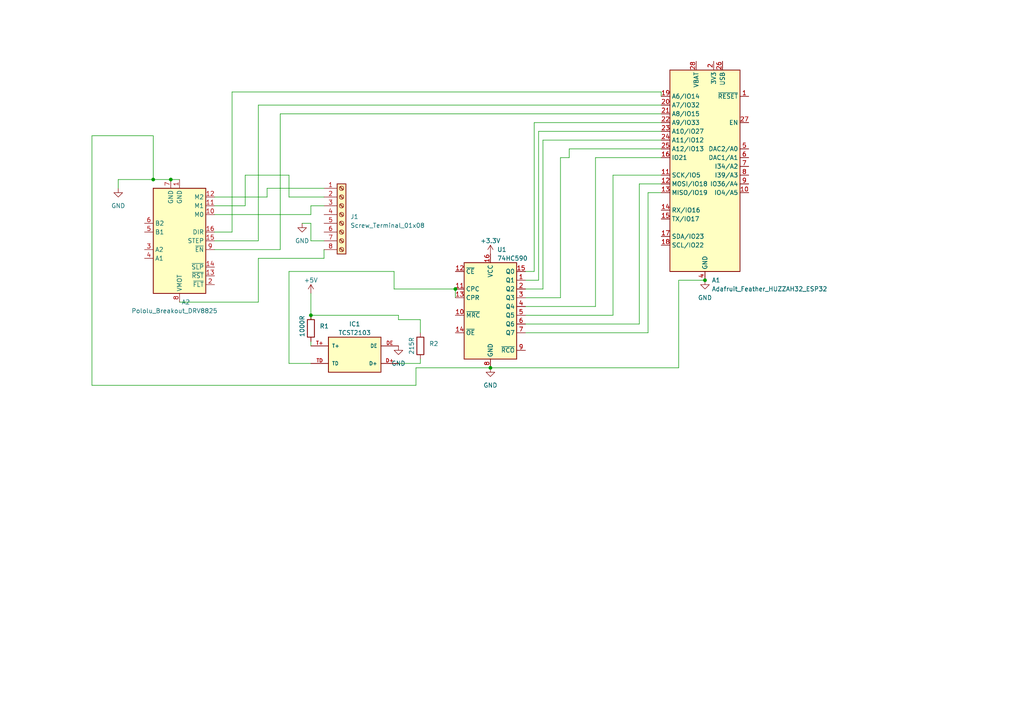
<source format=kicad_sch>
(kicad_sch (version 20230121) (generator eeschema)
  (paper "A4")
  (lib_symbols
    (symbol "74xx:74HC590"
      (property "Reference" "U" (at -7.62 16.51 0))
      (property "Value" "74HC590" (at -7.62 -13.97 0))
      (symbol "74HC590_1_0"
        (pin tri_state line (at 10.16 10.16 180) (length 2.54) (name "Q1") (number "1"))
        (pin input line (at -10.16 0 0) (length 2.54) (name "~{MRC}") (number "10"))
        (pin input line (at -10.16 7.62 0) (length 2.54) (name "CPC") (number "11"))
        (pin input line (at -10.16 12.7 0) (length 2.54) (name "~{CE}") (number "12"))
        (pin input line (at -10.16 5.08 0) (length 2.54) (name "CPR") (number "13"))
        (pin input line (at -10.16 -5.08 0) (length 2.54) (name "~{OE}") (number "14"))
        (pin tri_state line (at 10.16 12.7 180) (length 2.54) (name "Q0") (number "15"))
        (pin power_in line (at 0 17.78 270) (length 2.54) (name "VCC") (number "16"))
        (pin tri_state line (at 10.16 7.62 180) (length 2.54) (name "Q2") (number "2"))
        (pin tri_state line (at 10.16 5.08 180) (length 2.54) (name "Q3") (number "3"))
        (pin tri_state line (at 10.16 2.54 180) (length 2.54) (name "Q4") (number "4"))
        (pin tri_state line (at 10.16 0 180) (length 2.54) (name "Q5") (number "5"))
        (pin tri_state line (at 10.16 -2.54 180) (length 2.54) (name "Q6") (number "6"))
        (pin tri_state line (at 10.16 -5.08 180) (length 2.54) (name "Q7") (number "7"))
        (pin power_in line (at 0 -15.24 90) (length 2.54) (name "GND") (number "8"))
        (pin output line (at 10.16 -10.16 180) (length 2.54) (name "~{RCO}") (number "9"))
      )
      (symbol "74HC590_1_1"
        (rectangle (start -7.62 15.24) (end 7.62 -12.7) (stroke (width 0.254)) (fill (type background)))
      )
    )
    (symbol "Connector:Screw_Terminal_01x08" (pin_names (offset 1.016) hide)
      (property "Reference" "J" (at 0 10.16 0))
      (property "Value" "Screw_Terminal_01x08" (at 0 -12.7 0))
      (symbol "Screw_Terminal_01x08_1_1"
        (rectangle (start -1.27 8.89) (end 1.27 -11.43) (stroke (width 0.254)) (fill (type background)))
        (circle (center 0 -10.16) (radius 0.635) (stroke (width 0.1524)))
        (circle (center 0 -7.62) (radius 0.635) (stroke (width 0.1524)))
        (circle (center 0 -5.08) (radius 0.635) (stroke (width 0.1524)))
        (circle (center 0 -2.54) (radius 0.635) (stroke (width 0.1524)))
        (polyline (pts (xy -0.5334 -9.8298) (xy 0.3302 -10.668)) (stroke (width 0.1524)))
        (polyline (pts (xy -0.5334 -7.2898) (xy 0.3302 -8.128)) (stroke (width 0.1524)))
        (polyline (pts (xy -0.5334 -4.7498) (xy 0.3302 -5.588)) (stroke (width 0.1524)))
        (polyline (pts (xy -0.5334 -2.2098) (xy 0.3302 -3.048)) (stroke (width 0.1524)))
        (polyline (pts (xy -0.5334 0.3302) (xy 0.3302 -0.508)) (stroke (width 0.1524)))
        (polyline (pts (xy -0.5334 2.8702) (xy 0.3302 2.032)) (stroke (width 0.1524)))
        (polyline (pts (xy -0.5334 5.4102) (xy 0.3302 4.572)) (stroke (width 0.1524)))
        (polyline (pts (xy -0.5334 7.9502) (xy 0.3302 7.112)) (stroke (width 0.1524)))
        (polyline (pts (xy -0.3556 -9.652) (xy 0.508 -10.4902)) (stroke (width 0.1524)))
        (polyline (pts (xy -0.3556 -7.112) (xy 0.508 -7.9502)) (stroke (width 0.1524)))
        (polyline (pts (xy -0.3556 -4.572) (xy 0.508 -5.4102)) (stroke (width 0.1524)))
        (polyline (pts (xy -0.3556 -2.032) (xy 0.508 -2.8702)) (stroke (width 0.1524)))
        (polyline (pts (xy -0.3556 0.508) (xy 0.508 -0.3302)) (stroke (width 0.1524)))
        (polyline (pts (xy -0.3556 3.048) (xy 0.508 2.2098)) (stroke (width 0.1524)))
        (polyline (pts (xy -0.3556 5.588) (xy 0.508 4.7498)) (stroke (width 0.1524)))
        (polyline (pts (xy -0.3556 8.128) (xy 0.508 7.2898)) (stroke (width 0.1524)))
        (circle (center 0 0) (radius 0.635) (stroke (width 0.1524)))
        (circle (center 0 2.54) (radius 0.635) (stroke (width 0.1524)))
        (circle (center 0 5.08) (radius 0.635) (stroke (width 0.1524)))
        (circle (center 0 7.62) (radius 0.635) (stroke (width 0.1524)))
        (pin passive line (at -5.08 7.62 0) (length 3.81) (name "Pin_1") (number "1"))
        (pin passive line (at -5.08 5.08 0) (length 3.81) (name "Pin_2") (number "2"))
        (pin passive line (at -5.08 2.54 0) (length 3.81) (name "Pin_3") (number "3"))
        (pin passive line (at -5.08 0 0) (length 3.81) (name "Pin_4") (number "4"))
        (pin passive line (at -5.08 -2.54 0) (length 3.81) (name "Pin_5") (number "5"))
        (pin passive line (at -5.08 -5.08 0) (length 3.81) (name "Pin_6") (number "6"))
        (pin passive line (at -5.08 -7.62 0) (length 3.81) (name "Pin_7") (number "7"))
        (pin passive line (at -5.08 -10.16 0) (length 3.81) (name "Pin_8") (number "8"))
      )
    )
    (symbol "Device:R" (pin_numbers hide) (pin_names (offset 0))
      (property "Reference" "R" (at 2.032 0 90))
      (property "Value" "R" (at 0 0 90))
      (symbol "R_0_1"
        (rectangle (start -1.016 -2.54) (end 1.016 2.54) (stroke (width 0.254)))
      )
      (symbol "R_1_1"
        (pin passive line (at 0 3.81 270) (length 1.27) (name "~") (number "1"))
        (pin passive line (at 0 -3.81 90) (length 1.27) (name "~") (number "2"))
      )
    )
    (symbol "Driver_Motor:Pololu_Breakout_DRV8825"
      (property "Reference" "A" (at -2.54 16.51 0))
      (property "Value" "Pololu_Breakout_DRV8825" (at -2.54 13.97 0))
      (symbol "Pololu_Breakout_DRV8825_0_1"
        (rectangle (start 7.62 -17.78) (end -7.62 12.7) (stroke (width 0.254)) (fill (type background)))
      )
      (symbol "Pololu_Breakout_DRV8825_1_1"
        (pin power_in line (at 0 -20.32 90) (length 2.54) (name "GND") (number "1"))
        (pin input line (at -10.16 -10.16 0) (length 2.54) (name "M0") (number "10"))
        (pin input line (at -10.16 -12.7 0) (length 2.54) (name "M1") (number "11"))
        (pin input line (at -10.16 -15.24 0) (length 2.54) (name "M2") (number "12"))
        (pin input line (at -10.16 7.62 0) (length 2.54) (name "~{RST}") (number "13"))
        (pin input line (at -10.16 5.08 0) (length 2.54) (name "~{SLP}") (number "14"))
        (pin input line (at -10.16 -2.54 0) (length 2.54) (name "STEP") (number "15"))
        (pin input line (at -10.16 -5.08 0) (length 2.54) (name "DIR") (number "16"))
        (pin output line (at -10.16 10.16 0) (length 2.54) (name "~{FLT}") (number "2"))
        (pin output line (at 10.16 0 180) (length 2.54) (name "A2") (number "3"))
        (pin output line (at 10.16 2.54 180) (length 2.54) (name "A1") (number "4"))
        (pin output line (at 10.16 -5.08 180) (length 2.54) (name "B1") (number "5"))
        (pin output line (at 10.16 -7.62 180) (length 2.54) (name "B2") (number "6"))
        (pin power_in line (at 2.54 -20.32 90) (length 2.54) (name "GND") (number "7"))
        (pin power_in line (at 0 15.24 270) (length 2.54) (name "VMOT") (number "8"))
        (pin input line (at -10.16 0 0) (length 2.54) (name "~{EN}") (number "9"))
      )
    )
    (symbol "MCU_Module:Adafruit_Feather_HUZZAH32_ESP32"
      (property "Reference" "A" (at -10.16 29.21 0))
      (property "Value" "Adafruit_Feather_HUZZAH32_ESP32" (at 2.54 -31.75 0))
      (symbol "Adafruit_Feather_HUZZAH32_ESP32_0_1"
        (rectangle (start -10.16 27.94) (end 10.16 -30.48) (stroke (width 0.254)) (fill (type background)))
      )
      (symbol "Adafruit_Feather_HUZZAH32_ESP32_1_1"
        (pin input line (at 12.7 20.32 180) (length 2.54) (name "~{RESET}") (number "1"))
        (pin bidirectional line (at 12.7 -7.62 180) (length 2.54) (name "IO4/A5") (number "10"))
        (pin bidirectional line (at -12.7 -2.54 0) (length 2.54) (name "SCK/IO5") (number "11"))
        (pin bidirectional line (at -12.7 -5.08 0) (length 2.54) (name "MOSI/IO18") (number "12"))
        (pin bidirectional line (at -12.7 -7.62 0) (length 2.54) (name "MISO/IO19") (number "13"))
        (pin bidirectional line (at -12.7 -12.7 0) (length 2.54) (name "RX/IO16") (number "14"))
        (pin bidirectional line (at -12.7 -15.24 0) (length 2.54) (name "TX/IO17") (number "15"))
        (pin bidirectional line (at -12.7 2.54 0) (length 2.54) (name "IO21") (number "16"))
        (pin bidirectional line (at -12.7 -20.32 0) (length 2.54) (name "SDA/IO23") (number "17"))
        (pin bidirectional line (at -12.7 -22.86 0) (length 2.54) (name "SCL/IO22") (number "18"))
        (pin bidirectional line (at -12.7 20.32 0) (length 2.54) (name "A6/IO14") (number "19"))
        (pin power_in line (at 2.54 30.48 270) (length 2.54) (name "3V3") (number "2"))
        (pin bidirectional line (at -12.7 17.78 0) (length 2.54) (name "A7/IO32") (number "20"))
        (pin bidirectional line (at -12.7 15.24 0) (length 2.54) (name "A8/IO15") (number "21"))
        (pin bidirectional line (at -12.7 12.7 0) (length 2.54) (name "A9/IO33") (number "22"))
        (pin bidirectional line (at -12.7 10.16 0) (length 2.54) (name "A10/IO27") (number "23"))
        (pin bidirectional line (at -12.7 7.62 0) (length 2.54) (name "A11/IO12") (number "24"))
        (pin bidirectional line (at -12.7 5.08 0) (length 2.54) (name "A12/IO13") (number "25"))
        (pin power_in line (at 5.08 30.48 270) (length 2.54) (name "USB") (number "26"))
        (pin input line (at 12.7 12.7 180) (length 2.54) (name "EN") (number "27"))
        (pin power_in line (at -2.54 30.48 270) (length 2.54) (name "VBAT") (number "28"))
        (pin no_connect line (at 10.16 10.16 180) (length 2.54) hide (name "NC") (number "3"))
        (pin power_in line (at 0 -33.02 90) (length 2.54) (name "GND") (number "4"))
        (pin bidirectional line (at 12.7 5.08 180) (length 2.54) (name "DAC2/A0") (number "5"))
        (pin bidirectional line (at 12.7 2.54 180) (length 2.54) (name "DAC1/A1") (number "6"))
        (pin bidirectional line (at 12.7 0 180) (length 2.54) (name "I34/A2") (number "7"))
        (pin bidirectional line (at 12.7 -2.54 180) (length 2.54) (name "I39/A3") (number "8"))
        (pin bidirectional line (at 12.7 -5.08 180) (length 2.54) (name "IO36/A4") (number "9"))
      )
    )
    (symbol "TCST2103:TCST2103" (pin_names (offset 1.016))
      (property "Reference" "IC" (at 0 7.62 0))
      (property "Value" "TCST2103" (at 0 -7.62 0))
      (symbol "TCST2103_0_0"
        (rectangle (start -7.62 -5.08) (end 7.62 5.08) (stroke (width 0.254)) (fill (type background)))
        (pin bidirectional line (at -12.7 2.54 0) (length 5.08) (name "D+") (number "D+"))
        (pin bidirectional line (at -12.7 -2.54 0) (length 5.08) (name "DE") (number "DE"))
        (pin bidirectional line (at 12.7 -2.54 180) (length 5.08) (name "T+") (number "T+"))
        (pin bidirectional line (at 12.7 2.54 180) (length 5.08) (name "TD") (number "TD"))
      )
    )
    (symbol "power:+3.3V" (power) (pin_names (offset 0))
      (property "Value" "+3.3V" (at 0 3.556 0))
      (symbol "+3.3V_0_1"
        (polyline (pts (xy -0.762 1.27) (xy 0 2.54)))
        (polyline (pts (xy 0 0) (xy 0 2.54)))
        (polyline (pts (xy 0 2.54) (xy 0.762 1.27)))
      )
      (symbol "+3.3V_1_1"
        (pin power_in line (at 0 0 90) (length 0) hide (name "+3.3V") (number "1"))
      )
    )
    (symbol "power:+5V" (power) (pin_names (offset 0))
      (property "Value" "+5V" (at 0 3.556 0))
      (symbol "+5V_0_1"
        (polyline (pts (xy -0.762 1.27) (xy 0 2.54)))
        (polyline (pts (xy 0 0) (xy 0 2.54)))
        (polyline (pts (xy 0 2.54) (xy 0.762 1.27)))
      )
      (symbol "+5V_1_1"
        (pin power_in line (at 0 0 90) (length 0) hide (name "+5V") (number "1"))
      )
    )
    (symbol "power:GND" (power) (pin_names (offset 0))
      (property "Value" "GND" (at 0 -3.81 0))
      (symbol "GND_0_1"
        (polyline (pts (xy 0 0) (xy 0 -1.27) (xy 1.27 -1.27) (xy 0 -2.54) (xy -1.27 -1.27) (xy 0 -1.27)))
      )
      (symbol "GND_1_1"
        (pin power_in line (at 0 0 270) (length 0) hide (name "GND") (number "1"))
      )
    )
  )
  (junction (at 132.08 83.82))
  (junction (at 44.45 52.07))
  (junction (at 49.53 52.07))
  (junction (at 204.47 81.28))
  (junction (at 90.17 91.44))
  (junction (at 142.24 106.68))
  (wire (pts (xy 90.17 91.44) (xy 115.57 91.44)))
  (wire (pts (xy 165.1 45.72) (xy 165.1 43.18)))
  (wire (pts (xy 62.23 69.85) (xy 74.93 69.85)))
  (wire (pts (xy 152.4 91.44) (xy 177.8 91.44)))
  (wire (pts (xy 83.82 105.41) (xy 83.82 78.74)))
  (wire (pts (xy 90.17 64.77) (xy 90.17 69.85)))
  (wire (pts (xy 52.07 87.63) (xy 74.93 87.63)))
  (wire (pts (xy 26.67 111.76) (xy 120.65 111.76)))
  (wire (pts (xy 26.67 39.37) (xy 44.45 39.37)))
  (wire (pts (xy 156.21 81.28) (xy 156.21 38.1)))
  (wire (pts (xy 120.65 106.68) (xy 142.24 106.68)))
  (wire (pts (xy 90.17 59.69) (xy 93.98 59.69)))
  (wire (pts (xy 154.94 78.74) (xy 154.94 35.56)))
  (wire (pts (xy 34.29 52.07) (xy 34.29 54.61)))
  (wire (pts (xy 77.47 57.15) (xy 62.23 57.15)))
  (wire (pts (xy 154.94 35.56) (xy 191.77 35.56)))
  (wire (pts (xy 74.93 87.63) (xy 74.93 74.93)))
  (wire (pts (xy 67.31 26.67) (xy 191.77 26.67)))
  (wire (pts (xy 77.47 57.15) (xy 77.47 54.61)))
  (wire (pts (xy 83.82 57.15) (xy 83.82 50.8)))
  (wire (pts (xy 90.17 99.06) (xy 90.17 100.33)))
  (wire (pts (xy 187.96 55.88) (xy 191.77 55.88)))
  (wire (pts (xy 115.57 91.44) (xy 115.57 92.71)))
  (wire (pts (xy 62.23 67.31) (xy 67.31 67.31)))
  (wire (pts (xy 44.45 39.37) (xy 44.45 52.07)))
  (wire (pts (xy 44.45 52.07) (xy 49.53 52.07)))
  (wire (pts (xy 156.21 38.1) (xy 191.77 38.1)))
  (wire (pts (xy 71.12 59.69) (xy 71.12 50.8)))
  (wire (pts (xy 196.85 81.28) (xy 196.85 106.68)))
  (wire (pts (xy 152.4 93.98) (xy 185.42 93.98)))
  (wire (pts (xy 132.08 83.82) (xy 132.08 86.36)))
  (wire (pts (xy 62.23 62.23) (xy 90.17 62.23)))
  (wire (pts (xy 177.8 50.8) (xy 191.77 50.8)))
  (wire (pts (xy 177.8 91.44) (xy 177.8 50.8)))
  (wire (pts (xy 81.28 72.39) (xy 81.28 33.02)))
  (wire (pts (xy 74.93 30.48) (xy 191.77 30.48)))
  (wire (pts (xy 74.93 69.85) (xy 74.93 30.48)))
  (wire (pts (xy 26.67 111.76) (xy 26.67 39.37)))
  (wire (pts (xy 204.47 81.28) (xy 196.85 81.28)))
  (wire (pts (xy 172.72 88.9) (xy 152.4 88.9)))
  (wire (pts (xy 157.48 40.64) (xy 191.77 40.64)))
  (wire (pts (xy 185.42 93.98) (xy 185.42 53.34)))
  (wire (pts (xy 152.4 83.82) (xy 157.48 83.82)))
  (wire (pts (xy 162.56 86.36) (xy 162.56 45.72)))
  (wire (pts (xy 67.31 67.31) (xy 67.31 26.67)))
  (wire (pts (xy 87.63 64.77) (xy 90.17 64.77)))
  (wire (pts (xy 187.96 96.52) (xy 187.96 55.88)))
  (wire (pts (xy 172.72 45.72) (xy 172.72 88.9)))
  (wire (pts (xy 34.29 52.07) (xy 44.45 52.07)))
  (wire (pts (xy 90.17 91.44) (xy 90.17 92.71)))
  (wire (pts (xy 114.3 83.82) (xy 132.08 83.82)))
  (wire (pts (xy 114.3 78.74) (xy 114.3 83.82)))
  (wire (pts (xy 115.57 105.41) (xy 121.92 105.41)))
  (wire (pts (xy 90.17 105.41) (xy 83.82 105.41)))
  (wire (pts (xy 62.23 72.39) (xy 81.28 72.39)))
  (wire (pts (xy 157.48 83.82) (xy 157.48 40.64)))
  (wire (pts (xy 71.12 50.8) (xy 83.82 50.8)))
  (wire (pts (xy 152.4 86.36) (xy 162.56 86.36)))
  (wire (pts (xy 165.1 43.18) (xy 191.77 43.18)))
  (wire (pts (xy 152.4 78.74) (xy 154.94 78.74)))
  (wire (pts (xy 93.98 72.39) (xy 93.98 74.93)))
  (wire (pts (xy 90.17 69.85) (xy 93.98 69.85)))
  (wire (pts (xy 83.82 78.74) (xy 114.3 78.74)))
  (wire (pts (xy 115.57 92.71) (xy 121.92 92.71)))
  (wire (pts (xy 74.93 74.93) (xy 93.98 74.93)))
  (wire (pts (xy 83.82 57.15) (xy 93.98 57.15)))
  (wire (pts (xy 121.92 96.52) (xy 121.92 92.71)))
  (wire (pts (xy 142.24 106.68) (xy 196.85 106.68)))
  (wire (pts (xy 81.28 33.02) (xy 191.77 33.02)))
  (wire (pts (xy 62.23 59.69) (xy 71.12 59.69)))
  (wire (pts (xy 152.4 96.52) (xy 187.96 96.52)))
  (wire (pts (xy 152.4 81.28) (xy 156.21 81.28)))
  (wire (pts (xy 90.17 62.23) (xy 90.17 59.69)))
  (wire (pts (xy 191.77 26.67) (xy 191.77 27.94)))
  (wire (pts (xy 93.98 54.61) (xy 77.47 54.61)))
  (wire (pts (xy 191.77 45.72) (xy 172.72 45.72)))
  (wire (pts (xy 162.56 45.72) (xy 165.1 45.72)))
  (wire (pts (xy 49.53 52.07) (xy 52.07 52.07)))
  (wire (pts (xy 121.92 105.41) (xy 121.92 104.14)))
  (wire (pts (xy 120.65 111.76) (xy 120.65 106.68)))
  (wire (pts (xy 185.42 53.34) (xy 191.77 53.34)))
  (wire (pts (xy 90.17 85.09) (xy 90.17 91.44)))
  (symbol (lib_id "Connector:Screw_Terminal_01x08") (at 99.06 62.23 0) (unit 1)
    (property "Reference" "J1" (at 101.6 62.865 0) (effects (justify left)))
    (property "Value" "Screw_Terminal_01x08" (at 101.6 65.405 0) (effects (justify left)))
    (property "Footprint" "TerminalBlock_4Ucon:TerminalBlock_4Ucon_1x08_P3.50mm_Horizontal" (effects hide))
  )
  (symbol (lib_id "power:GND") (at 34.29 54.61 0) (unit 1)
    (property "Reference" "#PWR01" (effects hide))
    (property "Value" "GND" (at 34.29 59.69 0))
  )
  (symbol (lib_id "power:GND") (at 115.57 100.33 0) (unit 1)
    (property "Reference" "#PWR06" (effects hide))
    (property "Value" "GND" (at 115.57 105.41 0))
  )
  (symbol (lib_id "power:GND") (at 87.63 64.77 0) (unit 1)
    (property "Reference" "#PWR07" (effects hide))
    (property "Value" "GND" (at 87.63 69.85 0))
  )
  (symbol (lib_id "74xx:74HC590") (at 142.24 91.44 0) (unit 1)
    (property "Reference" "U1" (at 144.1959 72.39 0) (effects (justify left)))
    (property "Value" "74HC590" (at 144.1959 74.93 0) (effects (justify left)))
    (property "Footprint" "Package_DIP:DIP-16_W7.62mm_LongPads" (effects hide))
    (property "Datasheet" "https://assets.nexperia.com/documents/data-sheet/74HC590.pdf" (effects hide))
  )
  (symbol (lib_id "TCST2103:TCST2103") (at 102.87 102.87 180) (unit 1)
    (property "Reference" "IC1" (at 102.87 93.98 0))
    (property "Value" "TCST2103" (at 102.87 96.52 0))
    (property "Footprint" "TCST2103:TCST2103" (effects hide))
  )
  (symbol (lib_id "MCU_Module:Adafruit_Feather_HUZZAH32_ESP32") (at 204.47 48.26 0) (unit 1)
    (property "Reference" "A1" (at 206.4259 81.28 0) (effects (justify left)))
    (property "Value" "Adafruit_Feather_HUZZAH32_ESP32" (at 206.4259 83.82 0) (effects (justify left)))
    (property "Footprint" "Module:Adafruit_Feather" (effects hide))
    (property "Datasheet" "https://cdn-learn.adafruit.com/downloads/pdf/adafruit-huzzah32-esp32-feather.pdf" (effects hide))
  )
  (symbol (lib_id "Device:R") (at 90.17 95.25 0) (unit 1)
    (property "Reference" "R1" (at 92.71 94.615 0) (effects (justify left)))
    (property "Value" "1000R" (at 87.63 97.79 90) (effects (justify left)))
    (property "Footprint" "Resistor_THT:R_Axial_DIN0309_L9.0mm_D3.2mm_P12.70mm_Horizontal" (effects hide))
  )
  (symbol (lib_id "power:+3.3V") (at 142.24 73.66 0) (unit 1)
    (property "Reference" "#PWR04" (effects hide))
    (property "Value" "+3.3V" (at 142.24 69.85 0))
  )
  (symbol (lib_id "power:GND") (at 204.47 81.28 0) (mirror y) (unit 1)
    (property "Reference" "#PWR03" (effects hide))
    (property "Value" "GND" (at 204.47 86.36 0))
  )
  (symbol (lib_id "Device:R") (at 121.92 100.33 0) (unit 1)
    (property "Reference" "R2" (at 124.46 99.695 0) (effects (justify left)))
    (property "Value" "215R" (at 119.38 102.87 90) (effects (justify left)))
    (property "Footprint" "Resistor_THT:R_Axial_DIN0309_L9.0mm_D3.2mm_P12.70mm_Horizontal" (effects hide))
  )
  (symbol (lib_id "power:GND") (at 142.24 106.68 0) (unit 1)
    (property "Reference" "#PWR02" (effects hide))
    (property "Value" "GND" (at 142.24 111.76 0))
  )
  (symbol (lib_id "power:+5V") (at 90.17 85.09 0) (unit 1)
    (property "Reference" "#PWR05" (effects hide))
    (property "Value" "+5V" (at 90.17 81.28 0))
  )
  (symbol (lib_id "Driver_Motor:Pololu_Breakout_DRV8825") (at 52.07 72.39 180) (unit 1)
    (property "Reference" "A2" (at 52.6541 87.63 0) (effects (justify right)))
    (property "Value" "Pololu_Breakout_DRV8825" (at 38.1 90.17 0) (effects (justify right)))
    (property "Footprint" "Module:Pololu_Breakout-16_15.2x20.3mm" (effects hide))
    (property "Datasheet" "https://www.pololu.com/product/2982" (effects hide))
  )
)
</source>
